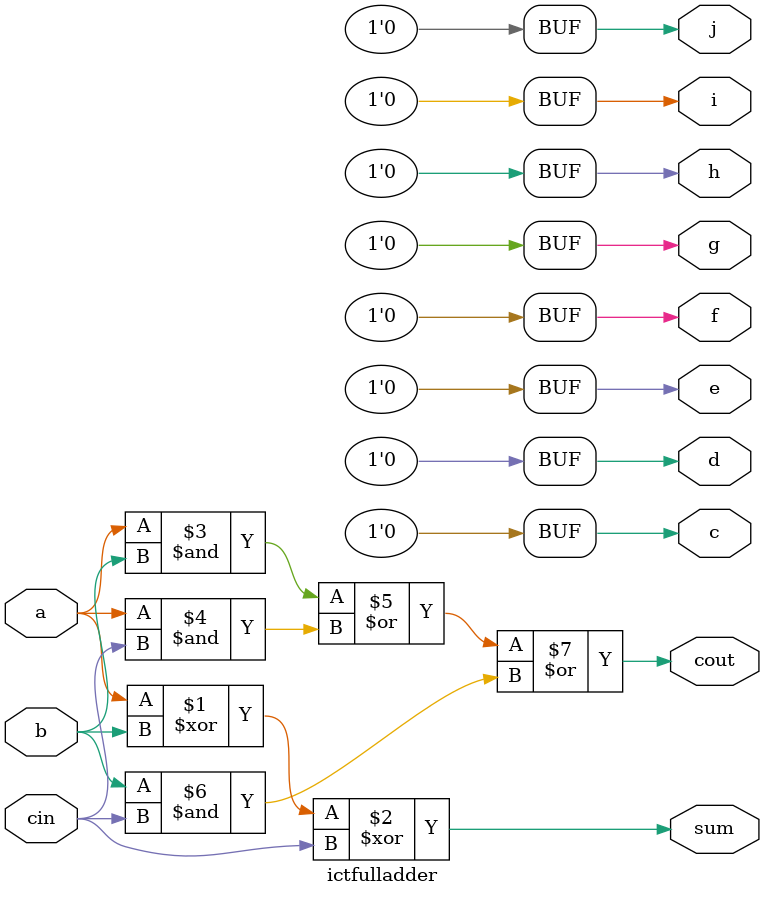
<source format=v>
module ictfulladder(a,b,cin,sum,cout,c,d,e,f,g,h,i,j);
	input a,b,cin;
	output sum,cout,c,d,e,f,g,h,i,j;
	assign sum=a^b^cin;
	assign cout=(a&b)|(a&cin)|(b&cin);
	assign c=1'b0;
	assign d=1'b0;
	assign e=1'b0;
	assign f=1'b0;
	assign g=1'b0;
	assign h=1'b0;
	assign i=1'b0;
	assign j=1'b0;
endmodule

</source>
